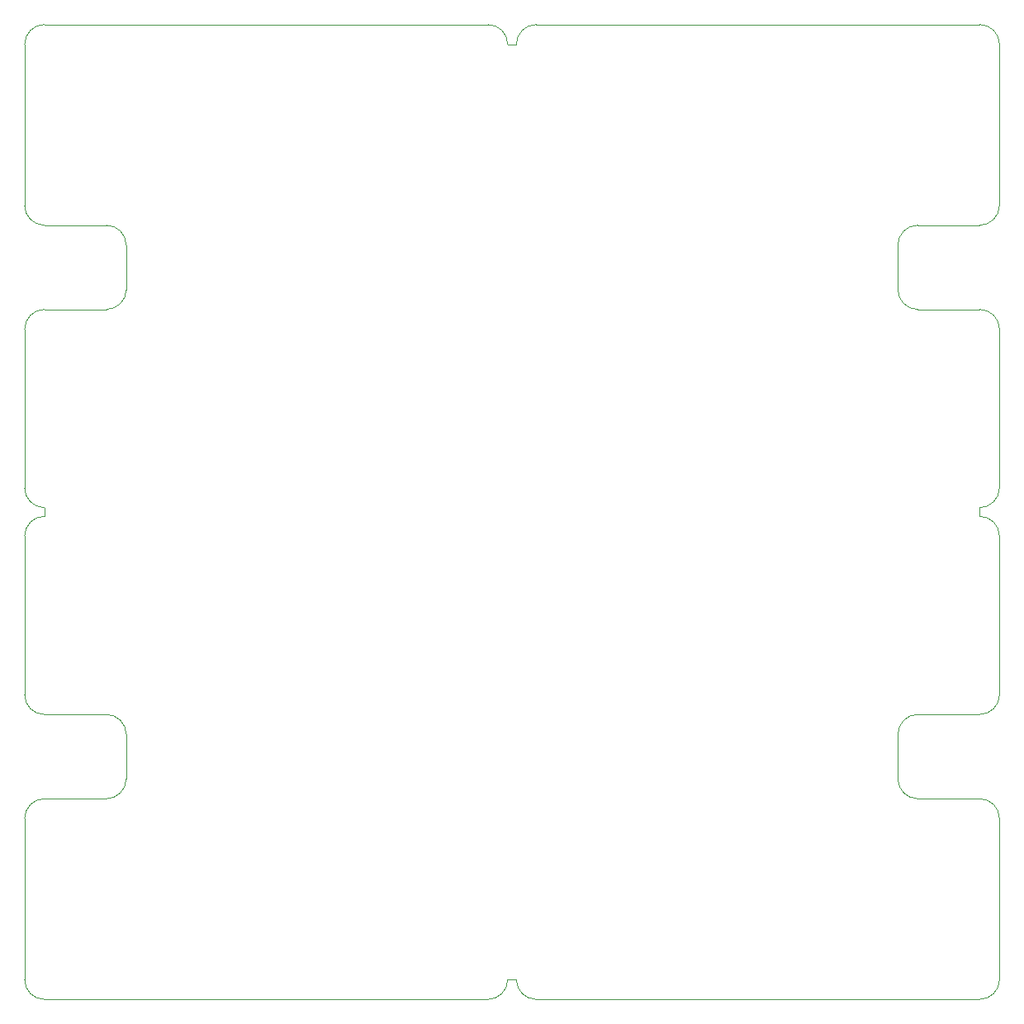
<source format=gm1>
G04 #@! TF.GenerationSoftware,KiCad,Pcbnew,5.1.8-1.fc31*
G04 #@! TF.CreationDate,2021-06-10T12:46:03+02:00*
G04 #@! TF.ProjectId,LoRaWANV2_panelized,4c6f5261-5741-44e5-9632-5f70616e656c,rev?*
G04 #@! TF.SameCoordinates,Original*
G04 #@! TF.FileFunction,Profile,NP*
%FSLAX46Y46*%
G04 Gerber Fmt 4.6, Leading zero omitted, Abs format (unit mm)*
G04 Created by KiCad (PCBNEW 5.1.8-1.fc31) date 2021-06-10 12:46:03*
%MOMM*%
%LPD*%
G01*
G04 APERTURE LIST*
G04 #@! TA.AperFunction,Profile*
%ADD10C,0.050000*%
G04 #@! TD*
G04 APERTURE END LIST*
D10*
X87630000Y-40132000D02*
X88519000Y-40132000D01*
X136017000Y-87630000D02*
X136017000Y-88519000D01*
X87630000Y-136017000D02*
X88519000Y-136017000D01*
X40132000Y-88519000D02*
X40132000Y-87630000D01*
X40132000Y-87630000D02*
G75*
G02*
X38100000Y-85598000I0J2032000D01*
G01*
X85598000Y-38100000D02*
G75*
G02*
X87630000Y-40132000I0J-2032000D01*
G01*
X38100000Y-40132000D02*
G75*
G02*
X40132000Y-38100000I2032000J0D01*
G01*
X46482000Y-58674000D02*
G75*
G02*
X48514000Y-60706000I0J-2032000D01*
G01*
X48514000Y-65278000D02*
G75*
G02*
X46482000Y-67310000I-2032000J0D01*
G01*
X38100000Y-69342000D02*
G75*
G02*
X40132000Y-67310000I2032000J0D01*
G01*
X40132000Y-58674000D02*
G75*
G02*
X38100000Y-56642000I0J2032000D01*
G01*
X38100000Y-69342000D02*
X38100000Y-85598000D01*
X38100000Y-56642000D02*
X38100000Y-40132000D01*
X46482000Y-67310000D02*
X40132000Y-67310000D01*
X48514000Y-60706000D02*
X48514000Y-65278000D01*
X40132000Y-58674000D02*
X46482000Y-58674000D01*
X40132000Y-38100000D02*
X85598000Y-38100000D01*
X136017000Y-87630000D02*
G75*
G03*
X138049000Y-85598000I0J2032000D01*
G01*
X90551000Y-38100000D02*
G75*
G03*
X88519000Y-40132000I0J-2032000D01*
G01*
X138049000Y-40132000D02*
G75*
G03*
X136017000Y-38100000I-2032000J0D01*
G01*
X129667000Y-58674000D02*
G75*
G03*
X127635000Y-60706000I0J-2032000D01*
G01*
X127635000Y-65278000D02*
G75*
G03*
X129667000Y-67310000I2032000J0D01*
G01*
X138049000Y-69342000D02*
G75*
G03*
X136017000Y-67310000I-2032000J0D01*
G01*
X136017000Y-58674000D02*
G75*
G03*
X138049000Y-56642000I0J2032000D01*
G01*
X138049000Y-69342000D02*
X138049000Y-85598000D01*
X138049000Y-56642000D02*
X138049000Y-40132000D01*
X129667000Y-67310000D02*
X136017000Y-67310000D01*
X127635000Y-60706000D02*
X127635000Y-65278000D01*
X136017000Y-58674000D02*
X129667000Y-58674000D01*
X136017000Y-38100000D02*
X90551000Y-38100000D01*
X136017000Y-88519000D02*
G75*
G02*
X138049000Y-90551000I0J-2032000D01*
G01*
X90551000Y-138049000D02*
G75*
G02*
X88519000Y-136017000I0J2032000D01*
G01*
X138049000Y-136017000D02*
G75*
G02*
X136017000Y-138049000I-2032000J0D01*
G01*
X129667000Y-117475000D02*
G75*
G02*
X127635000Y-115443000I0J2032000D01*
G01*
X127635000Y-110871000D02*
G75*
G02*
X129667000Y-108839000I2032000J0D01*
G01*
X138049000Y-106807000D02*
G75*
G02*
X136017000Y-108839000I-2032000J0D01*
G01*
X136017000Y-117475000D02*
G75*
G02*
X138049000Y-119507000I0J-2032000D01*
G01*
X138049000Y-106807000D02*
X138049000Y-90551000D01*
X138049000Y-119507000D02*
X138049000Y-136017000D01*
X129667000Y-108839000D02*
X136017000Y-108839000D01*
X127635000Y-115443000D02*
X127635000Y-110871000D01*
X136017000Y-117475000D02*
X129667000Y-117475000D01*
X136017000Y-138049000D02*
X90551000Y-138049000D01*
X40132000Y-88519000D02*
G75*
G03*
X38100000Y-90551000I0J-2032000D01*
G01*
X85598000Y-138049000D02*
G75*
G03*
X87630000Y-136017000I0J2032000D01*
G01*
X38100000Y-136017000D02*
G75*
G03*
X40132000Y-138049000I2032000J0D01*
G01*
X46482000Y-117475000D02*
G75*
G03*
X48514000Y-115443000I0J2032000D01*
G01*
X48514000Y-110871000D02*
G75*
G03*
X46482000Y-108839000I-2032000J0D01*
G01*
X38100000Y-106807000D02*
G75*
G03*
X40132000Y-108839000I2032000J0D01*
G01*
X40132000Y-117475000D02*
G75*
G03*
X38100000Y-119507000I0J-2032000D01*
G01*
X38100000Y-106807000D02*
X38100000Y-90551000D01*
X38100000Y-119507000D02*
X38100000Y-136017000D01*
X46482000Y-108839000D02*
X40132000Y-108839000D01*
X48514000Y-115443000D02*
X48514000Y-110871000D01*
X40132000Y-117475000D02*
X46482000Y-117475000D01*
X40132000Y-138049000D02*
X85598000Y-138049000D01*
M02*

</source>
